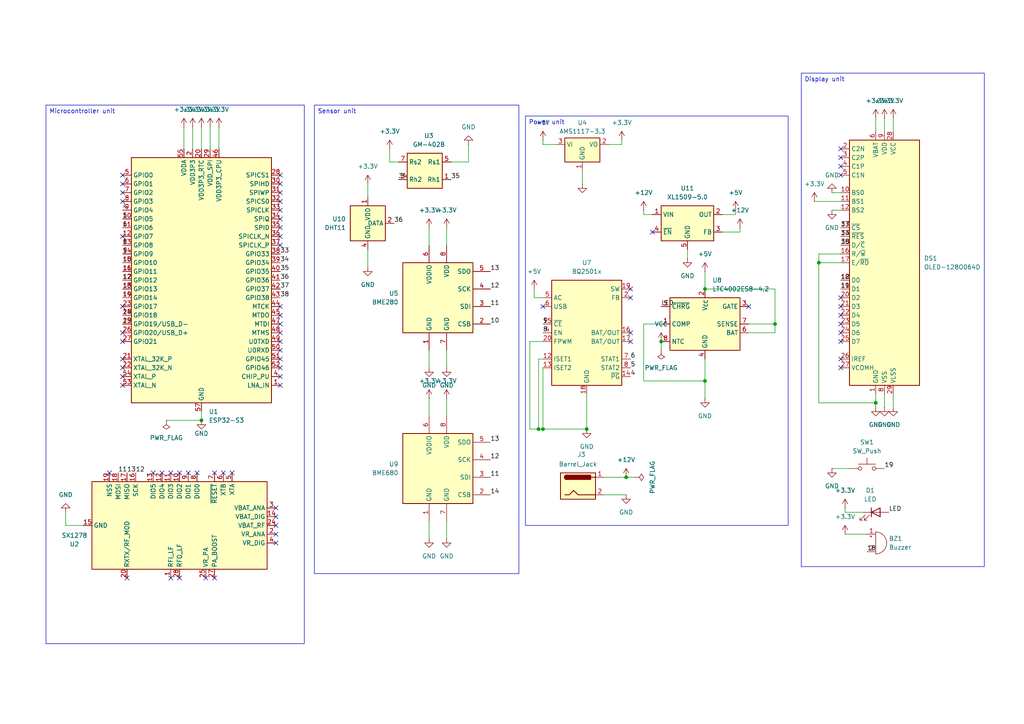
<source format=kicad_sch>
(kicad_sch (version 20250114) (generator "eeschema") (generator_version "9.0")
  (paper "A4")
  (lib_symbols
    (symbol "Battery_Management:BQ2501x"
      (property "Reference" "U" (at -10.16 16.51 0))
      (property "Value" "BQ2501x" (at 6.35 16.51 0))
      (symbol "BQ2501x_1_1"
        (rectangle (start -10.16 15.24) (end 10.16 -15.24) (stroke (width 0.254)) (fill (type background)))
        (pin power_in line (at -12.7 10.16 0) (length 2.54) (name "AC") (number "5"))
        (pin power_in line (at -12.7 7.62 0) (length 2.54) (name "USB") (number "6"))
        (pin input line (at -12.7 2.54 0) (length 2.54) (name "~{CE}") (number "15"))
        (pin input line (at -12.7 0 0) (length 2.54) (name "EN") (number "4"))
        (pin input line (at -12.7 -2.54 0) (length 2.54) (name "FPWM") (number "20"))
        (pin input line (at -12.7 -7.62 0) (length 2.54) (name "ISET1") (number "12"))
        (pin input line (at -12.7 -10.16 0) (length 2.54) (name "ISET2") (number "13"))
        (pin power_in line (at 0 -17.78 90) (length 2.54) (name "GND") (number "18"))
        (pin passive line (at 0 -17.78 90) (length 2.54) (hide yes) (name "GND") (number "21"))
        (pin passive line (at 0 -17.78 90) (length 2.54) (hide yes) (name "GND") (number "3"))
        (pin passive line (at 0 -17.78 90) (length 2.54) (hide yes) (name "GND") (number "9"))
        (pin no_connect line (at 10.16 7.62 180) (length 2.54) (hide yes) (name "NC") (number "1"))
        (pin no_connect line (at 10.16 5.08 180) (length 2.54) (hide yes) (name "NC") (number "10"))
        (pin no_connect line (at 10.16 2.54 180) (length 2.54) (hide yes) (name "NC") (number "11"))
        (pin power_out line (at 12.7 12.7 180) (length 2.54) (name "SW") (number "19"))
        (pin input line (at 12.7 10.16 180) (length 2.54) (name "FB") (number "2"))
        (pin power_out line (at 12.7 0 180) (length 2.54) (name "BAT/OUT") (number "16"))
        (pin power_in line (at 12.7 -2.54 180) (length 2.54) (name "BAT/OUT") (number "17"))
        (pin open_collector line (at 12.7 -7.62 180) (length 2.54) (name "STAT1") (number "7"))
        (pin open_collector line (at 12.7 -10.16 180) (length 2.54) (name "STAT2") (number "8"))
        (pin output line (at 12.7 -12.7 180) (length 2.54) (name "~{PG}") (number "14"))
      )
    )
    (symbol "Battery_Management:LTC4002ES8-4.2"
      (property "Reference" "U" (at -10.16 8.89 0))
      (property "Value" "LTC4002ES8-4.2" (at 1.27 8.89 0))
      (symbol "LTC4002ES8-4.2_0_1"
        (rectangle (start 10.16 -7.62) (end -10.16 7.62) (stroke (width 0.254)) (fill (type background)))
      )
      (symbol "LTC4002ES8-4.2_1_1"
        (pin open_collector line (at -12.7 5.08 0) (length 2.54) (name "~{CHRG}") (number "5"))
        (pin input line (at -12.7 0 0) (length 2.54) (name "COMP") (number "1"))
        (pin input line (at -12.7 -5.08 0) (length 2.54) (name "NTC") (number "8"))
        (pin power_in line (at 0 10.16 270) (length 2.54) (name "V_{CC}") (number "2"))
        (pin power_in line (at 0 -10.16 90) (length 2.54) (name "GND") (number "4"))
        (pin output line (at 12.7 5.08 180) (length 2.54) (name "GATE") (number "3"))
        (pin input line (at 12.7 0 180) (length 2.54) (name "SENSE") (number "7"))
        (pin input line (at 12.7 -2.54 180) (length 2.54) (name "BAT") (number "6"))
      )
    )
    (symbol "Connector:Barrel_Jack" (pin_names (offset 1.016))
      (property "Reference" "J" (at 0 5.334 0))
      (property "Value" "Barrel_Jack" (at 0 -5.08 0))
      (symbol "Barrel_Jack_0_1"
        (rectangle (start -5.08 3.81) (end 5.08 -3.81) (stroke (width 0.254)) (fill (type background)))
        (polyline (pts (xy -3.81 -2.54) (xy -2.54 -2.54) (xy -1.27 -1.27) (xy 0 -2.54) (xy 2.54 -2.54) (xy 5.08 -2.54)) (stroke (width 0.254)))
        (arc (start -3.302 1.905) (mid -3.9343 2.54) (end -3.302 3.175) (stroke (width 0.254)))
        (arc (start -3.302 1.905) (mid -3.9343 2.54) (end -3.302 3.175) (stroke (width 0.254)) (fill (type outline)))
        (rectangle (start 3.683 3.175) (end -3.302 1.905) (stroke (width 0.254)) (fill (type outline)))
        (polyline (pts (xy 5.08 2.54) (xy 3.81 2.54)) (stroke (width 0.254)))
      )
      (symbol "Barrel_Jack_1_1"
        (pin passive line (at 7.62 2.54 180) (length 2.54) (name "~") (number "1"))
        (pin passive line (at 7.62 -2.54 180) (length 2.54) (name "~") (number "2"))
      )
    )
    (symbol "Device:Buzzer" (pin_names (offset 0.0254) (hide yes))
      (property "Reference" "BZ" (at 3.81 1.27 0))
      (property "Value" "Buzzer" (at 3.81 -1.27 0))
      (symbol "Buzzer_0_1"
        (polyline (pts (xy -1.651 1.905) (xy -1.143 1.905)))
        (polyline (pts (xy -1.397 2.159) (xy -1.397 1.651)))
        (arc (start 0 3.175) (mid 3.1612 0) (end 0 -3.175))
        (polyline (pts (xy 0 3.175) (xy 0 -3.175)))
      )
      (symbol "Buzzer_1_1"
        (pin passive line (at -2.54 2.54 0) (length 2.54) (name "+") (number "1"))
        (pin passive line (at -2.54 -2.54 0) (length 2.54) (name "-") (number "2"))
      )
    )
    (symbol "Device:LED" (pin_numbers (hide yes)) (pin_names (offset 1.016) (hide yes))
      (property "Reference" "D" (at 0 2.54 0))
      (property "Value" "LED" (at 0 -2.54 0))
      (symbol "LED_0_1"
        (polyline (pts (xy -3.048 -0.762) (xy -4.572 -2.286) (xy -3.81 -2.286) (xy -4.572 -2.286) (xy -4.572 -1.524)))
        (polyline (pts (xy -1.778 -0.762) (xy -3.302 -2.286) (xy -2.54 -2.286) (xy -3.302 -2.286) (xy -3.302 -1.524)))
        (polyline (pts (xy -1.27 0) (xy 1.27 0)))
        (polyline (pts (xy -1.27 -1.27) (xy -1.27 1.27)) (stroke (width 0.254)))
        (polyline (pts (xy 1.27 -1.27) (xy 1.27 1.27) (xy -1.27 0) (xy 1.27 -1.27)) (stroke (width 0.254)))
      )
      (symbol "LED_1_1"
        (pin passive line (at -3.81 0 0) (length 2.54) (name "K") (number "1"))
        (pin passive line (at 3.81 0 180) (length 2.54) (name "A") (number "2"))
      )
    )
    (symbol "Display_Graphic:OLED-128O064D"
      (property "Reference" "DS" (at -10.16 38.1 0))
      (property "Value" "OLED-128O064D" (at 12.7 38.1 0))
      (symbol "OLED-128O064D_0_1"
        (rectangle (start -10.16 35.56) (end 10.16 -35.56) (stroke (width 0.254)) (fill (type background)))
      )
      (symbol "OLED-128O064D_1_1"
        (pin passive line (at -12.7 33.02 0) (length 2.54) (name "C2N") (number "2"))
        (pin passive line (at -12.7 30.48 0) (length 2.54) (name "C2P") (number "3"))
        (pin passive line (at -12.7 27.94 0) (length 2.54) (name "C1P") (number "4"))
        (pin passive line (at -12.7 25.4 0) (length 2.54) (name "C1N") (number "5"))
        (pin input line (at -12.7 20.32 0) (length 2.54) (name "BS0") (number "10"))
        (pin input line (at -12.7 17.78 0) (length 2.54) (name "BS1") (number "11"))
        (pin input line (at -12.7 15.24 0) (length 2.54) (name "BS2") (number "12"))
        (pin input line (at -12.7 10.16 0) (length 2.54) (name "~{CS}") (number "13"))
        (pin input line (at -12.7 7.62 0) (length 2.54) (name "~{RES}") (number "14"))
        (pin input line (at -12.7 5.08 0) (length 2.54) (name "D/~{C}") (number "15"))
        (pin input line (at -12.7 2.54 0) (length 2.54) (name "R/~{W}") (number "16"))
        (pin input line (at -12.7 0 0) (length 2.54) (name "E/~{RD}") (number "17"))
        (pin bidirectional line (at -12.7 -5.08 0) (length 2.54) (name "D0") (number "18"))
        (pin bidirectional line (at -12.7 -7.62 0) (length 2.54) (name "D1") (number "19"))
        (pin bidirectional line (at -12.7 -10.16 0) (length 2.54) (name "D2") (number "20"))
        (pin bidirectional line (at -12.7 -12.7 0) (length 2.54) (name "D3") (number "21"))
        (pin bidirectional line (at -12.7 -15.24 0) (length 2.54) (name "D4") (number "22"))
        (pin bidirectional line (at -12.7 -17.78 0) (length 2.54) (name "D5") (number "23"))
        (pin bidirectional line (at -12.7 -20.32 0) (length 2.54) (name "D6") (number "24"))
        (pin bidirectional line (at -12.7 -22.86 0) (length 2.54) (name "D7") (number "25"))
        (pin passive line (at -12.7 -27.94 0) (length 2.54) (name "IREF") (number "26"))
        (pin passive line (at -12.7 -30.48 0) (length 2.54) (name "VCOMH") (number "27"))
        (pin power_in line (at -2.54 38.1 270) (length 2.54) (name "VBAT") (number "6"))
        (pin power_in line (at -2.54 -38.1 90) (length 2.54) (name "GND") (number "1"))
        (pin passive line (at -2.54 -38.1 90) (length 2.54) (hide yes) (name "GND") (number "30"))
        (pin power_in line (at 0 38.1 270) (length 2.54) (name "VDD") (number "9"))
        (pin power_in line (at 0 -38.1 90) (length 2.54) (name "VSS") (number "8"))
        (pin power_in line (at 2.54 38.1 270) (length 2.54) (name "VCC") (number "28"))
        (pin power_in line (at 2.54 -38.1 90) (length 2.54) (name "VLSS") (number "29"))
        (pin no_connect line (at 10.16 0 180) (length 2.54) (hide yes) (name "NC") (number "7"))
      )
    )
    (symbol "MCU_Espressif:ESP32-S3"
      (property "Reference" "U" (at 10.16 -38.1 0))
      (property "Value" "ESP32-S3" (at 13.97 -40.64 0))
      (symbol "ESP32-S3_0_1"
        (rectangle (start -20.32 35.56) (end 20.32 -35.56) (stroke (width 0.254)) (fill (type background)))
      )
      (symbol "ESP32-S3_1_0"
        (pin passive line (at -5.08 38.1 270) (length 2.54) (hide yes) (name "VDDA") (number "56"))
        (pin bidirectional line (at 22.86 12.7 180) (length 2.54) (name "SPICLK_N") (number "36"))
        (pin bidirectional line (at 22.86 -10.16 180) (length 2.54) (name "MTDO") (number "45"))
        (pin bidirectional line (at 22.86 -22.86 180) (length 2.54) (name "GPIO45") (number "51"))
      )
      (symbol "ESP32-S3_1_1"
        (pin bidirectional line (at -22.86 30.48 0) (length 2.54) (name "GPIO0") (number "5"))
        (pin bidirectional line (at -22.86 27.94 0) (length 2.54) (name "GPIO1") (number "6"))
        (pin bidirectional line (at -22.86 25.4 0) (length 2.54) (name "GPIO2") (number "7"))
        (pin bidirectional line (at -22.86 22.86 0) (length 2.54) (name "GPIO3") (number "8"))
        (pin bidirectional line (at -22.86 20.32 0) (length 2.54) (name "GPIO4") (number "9"))
        (pin bidirectional line (at -22.86 17.78 0) (length 2.54) (name "GPIO5") (number "10"))
        (pin bidirectional line (at -22.86 15.24 0) (length 2.54) (name "GPIO6") (number "11"))
        (pin bidirectional line (at -22.86 12.7 0) (length 2.54) (name "GPIO7") (number "12"))
        (pin bidirectional line (at -22.86 10.16 0) (length 2.54) (name "GPIO8") (number "13"))
        (pin bidirectional line (at -22.86 7.62 0) (length 2.54) (name "GPIO9") (number "14"))
        (pin bidirectional line (at -22.86 5.08 0) (length 2.54) (name "GPIO10") (number "15"))
        (pin bidirectional line (at -22.86 2.54 0) (length 2.54) (name "GPIO11") (number "16"))
        (pin bidirectional line (at -22.86 0 0) (length 2.54) (name "GPIO12") (number "17"))
        (pin bidirectional line (at -22.86 -2.54 0) (length 2.54) (name "GPIO13") (number "18"))
        (pin bidirectional line (at -22.86 -5.08 0) (length 2.54) (name "GPIO14") (number "19"))
        (pin bidirectional line (at -22.86 -7.62 0) (length 2.54) (name "GPIO17") (number "23"))
        (pin bidirectional line (at -22.86 -10.16 0) (length 2.54) (name "GPIO18") (number "24"))
        (pin bidirectional line (at -22.86 -12.7 0) (length 2.54) (name "GPIO19/USB_D-") (number "25"))
        (pin bidirectional line (at -22.86 -15.24 0) (length 2.54) (name "GPIO20/USB_D+") (number "26"))
        (pin bidirectional line (at -22.86 -17.78 0) (length 2.54) (name "GPIO21") (number "27"))
        (pin passive line (at -22.86 -22.86 0) (length 2.54) (name "XTAL_32K_P") (number "21"))
        (pin passive line (at -22.86 -25.4 0) (length 2.54) (name "XTAL_32K_N") (number "22"))
        (pin input line (at -22.86 -27.94 0) (length 2.54) (name "XTAL_P") (number "54"))
        (pin output line (at -22.86 -30.48 0) (length 2.54) (name "XTAL_N") (number "53"))
        (pin power_in line (at -5.08 38.1 270) (length 2.54) (name "VDDA") (number "55"))
        (pin power_in line (at -2.54 38.1 270) (length 2.54) (name "VDD3P3") (number "2"))
        (pin passive line (at -2.54 38.1 270) (length 2.54) (hide yes) (name "VDD3P3") (number "3"))
        (pin power_in line (at 0 38.1 270) (length 2.54) (name "VDD3P3_RTC") (number "20"))
        (pin power_in line (at 0 -38.1 90) (length 2.54) (name "GND") (number "57"))
        (pin power_in line (at 2.54 38.1 270) (length 2.54) (name "VDD_SPI") (number "29"))
        (pin power_in line (at 5.08 38.1 270) (length 2.54) (name "VDD3P3_CPU") (number "46"))
        (pin bidirectional line (at 22.86 30.48 180) (length 2.54) (name "SPICS1") (number "28"))
        (pin bidirectional line (at 22.86 27.94 180) (length 2.54) (name "SPIHD") (number "30"))
        (pin bidirectional line (at 22.86 25.4 180) (length 2.54) (name "SPIWP") (number "31"))
        (pin bidirectional line (at 22.86 22.86 180) (length 2.54) (name "SPICS0") (number "32"))
        (pin bidirectional line (at 22.86 20.32 180) (length 2.54) (name "SPICLK") (number "33"))
        (pin bidirectional line (at 22.86 17.78 180) (length 2.54) (name "SPIQ") (number "34"))
        (pin bidirectional line (at 22.86 15.24 180) (length 2.54) (name "SPID") (number "35"))
        (pin bidirectional line (at 22.86 10.16 180) (length 2.54) (name "SPICLK_P") (number "37"))
        (pin bidirectional line (at 22.86 7.62 180) (length 2.54) (name "GPIO33") (number "38"))
        (pin bidirectional line (at 22.86 5.08 180) (length 2.54) (name "GPIO34") (number "39"))
        (pin bidirectional line (at 22.86 2.54 180) (length 2.54) (name "GPIO35") (number "40"))
        (pin bidirectional line (at 22.86 0 180) (length 2.54) (name "GPIO36") (number "41"))
        (pin bidirectional line (at 22.86 -2.54 180) (length 2.54) (name "GPIO37") (number "42"))
        (pin bidirectional line (at 22.86 -5.08 180) (length 2.54) (name "GPIO38") (number "43"))
        (pin bidirectional line (at 22.86 -7.62 180) (length 2.54) (name "MTCK") (number "44"))
        (pin bidirectional line (at 22.86 -12.7 180) (length 2.54) (name "MTDI") (number "47"))
        (pin bidirectional line (at 22.86 -15.24 180) (length 2.54) (name "MTMS") (number "48"))
        (pin bidirectional line (at 22.86 -17.78 180) (length 2.54) (name "U0TXD") (number "49"))
        (pin bidirectional line (at 22.86 -20.32 180) (length 2.54) (name "U0RXD") (number "50"))
        (pin bidirectional line (at 22.86 -25.4 180) (length 2.54) (name "GPIO46") (number "52"))
        (pin input line (at 22.86 -27.94 180) (length 2.54) (name "CHIP_PU") (number "4"))
        (pin bidirectional line (at 22.86 -30.48 180) (length 2.54) (name "LNA_IN") (number "1"))
      )
    )
    (symbol "RF:SX1278"
      (property "Reference" "U" (at 13.97 24.13 0))
      (property "Value" "SX1278" (at 13.97 21.59 0))
      (symbol "SX1278_0_1"
        (rectangle (start -12.7 25.4) (end 12.7 -25.4) (stroke (width 0.254)) (fill (type background)))
      )
      (symbol "SX1278_1_1"
        (pin bidirectional line (at -15.24 15.24 0) (length 2.54) (name "XTA") (number "5"))
        (pin bidirectional line (at -15.24 12.7 0) (length 2.54) (name "XTB") (number "6"))
        (pin input line (at -15.24 10.16 0) (length 2.54) (name "~{RESET}") (number "7"))
        (pin bidirectional line (at -15.24 5.08 0) (length 2.54) (name "DIO0") (number "8"))
        (pin bidirectional line (at -15.24 2.54 0) (length 2.54) (name "DIO1") (number "9"))
        (pin bidirectional line (at -15.24 0 0) (length 2.54) (name "DIO2") (number "10"))
        (pin bidirectional line (at -15.24 -2.54 0) (length 2.54) (name "DIO3") (number "11"))
        (pin bidirectional line (at -15.24 -5.08 0) (length 2.54) (name "DIO4") (number "12"))
        (pin bidirectional line (at -15.24 -7.62 0) (length 2.54) (name "DIO5") (number "13"))
        (pin input line (at -15.24 -12.7 0) (length 2.54) (name "SCK") (number "16"))
        (pin output line (at -15.24 -15.24 0) (length 2.54) (name "MISO") (number "17"))
        (pin input line (at -15.24 -17.78 0) (length 2.54) (name "MOSI") (number "18"))
        (pin input line (at -15.24 -20.32 0) (length 2.54) (name "NSS") (number "19"))
        (pin power_in line (at -5.08 27.94 270) (length 2.54) (name "VBAT_ANA") (number "3"))
        (pin power_in line (at -2.54 27.94 270) (length 2.54) (name "VBAT_DIG") (number "14"))
        (pin power_in line (at 0 27.94 270) (length 2.54) (name "VBAT_RF") (number "24"))
        (pin power_in line (at 0 -27.94 90) (length 2.54) (name "GND") (number "15"))
        (pin passive line (at 0 -27.94 90) (length 2.54) (hide yes) (name "GND") (number "21"))
        (pin passive line (at 0 -27.94 90) (length 2.54) (hide yes) (name "GND") (number "22"))
        (pin passive line (at 0 -27.94 90) (length 2.54) (hide yes) (name "GND") (number "23"))
        (pin passive line (at 0 -27.94 90) (length 2.54) (hide yes) (name "GND") (number "26"))
        (pin passive line (at 0 -27.94 90) (length 2.54) (hide yes) (name "GND") (number "29"))
        (pin power_in line (at 2.54 27.94 270) (length 2.54) (name "VR_ANA") (number "2"))
        (pin power_in line (at 5.08 27.94 270) (length 2.54) (name "VR_DIG") (number "4"))
        (pin power_out line (at 15.24 10.16 180) (length 2.54) (name "PA_BOOST") (number "27"))
        (pin power_out line (at 15.24 7.62 180) (length 2.54) (name "VR_PA") (number "25"))
        (pin output line (at 15.24 0 180) (length 2.54) (name "RFO_LF") (number "28"))
        (pin input line (at 15.24 -2.54 180) (length 2.54) (name "RFI_LF") (number "1"))
        (pin output line (at 15.24 -15.24 180) (length 2.54) (name "RXTX/RF_MOD") (number "20"))
      )
    )
    (symbol "Regulator_Linear:AMS1117-3.3"
      (property "Reference" "U" (at -3.81 3.175 0))
      (property "Value" "AMS1117-3.3" (at 0 3.175 0))
      (symbol "AMS1117-3.3_0_1"
        (rectangle (start -5.08 -5.08) (end 5.08 1.905) (stroke (width 0.254)) (fill (type background)))
      )
      (symbol "AMS1117-3.3_1_1"
        (pin power_in line (at -7.62 0 0) (length 2.54) (name "VI") (number "3"))
        (pin power_in line (at 0 -7.62 90) (length 2.54) (name "GND") (number "1"))
        (pin power_out line (at 7.62 0 180) (length 2.54) (name "VO") (number "2"))
      )
    )
    (symbol "Regulator_Switching:XL1509-5.0"
      (property "Reference" "U" (at -7.112 6.096 0))
      (property "Value" "XL1509-5.0" (at 5.842 6.096 0))
      (symbol "XL1509-5.0_0_1"
        (rectangle (start -7.62 5.08) (end 7.62 -5.08) (stroke (width 0.254)) (fill (type background)))
      )
      (symbol "XL1509-5.0_1_1"
        (pin power_in line (at -10.16 2.54 0) (length 2.54) (name "VIN") (number "1"))
        (pin input line (at -10.16 -2.54 0) (length 2.54) (name "~{EN}") (number "4"))
        (pin power_in line (at 0 -7.62 90) (length 2.54) (name "GND") (number "5"))
        (pin passive line (at 0 -7.62 90) (length 2.54) (hide yes) (name "GND") (number "6"))
        (pin passive line (at 0 -7.62 90) (length 2.54) (hide yes) (name "GND") (number "7"))
        (pin passive line (at 0 -7.62 90) (length 2.54) (hide yes) (name "GND") (number "8"))
        (pin power_out line (at 10.16 2.54 180) (length 2.54) (name "OUT") (number "2"))
        (pin input line (at 10.16 -2.54 180) (length 2.54) (name "FB") (number "3"))
      )
    )
    (symbol "Sensor:BME280"
      (property "Reference" "U" (at -8.89 11.43 0))
      (property "Value" "BME280" (at 7.62 11.43 0))
      (symbol "BME280_0_1"
        (rectangle (start -10.16 10.16) (end 10.16 -10.16) (stroke (width 0.254)) (fill (type background)))
      )
      (symbol "BME280_1_1"
        (pin power_in line (at -2.54 15.24 270) (length 5.08) (name "VDDIO") (number "6"))
        (pin power_in line (at -2.54 -15.24 90) (length 5.08) (name "GND") (number "1"))
        (pin power_in line (at 2.54 15.24 270) (length 5.08) (name "VDD") (number "8"))
        (pin power_in line (at 2.54 -15.24 90) (length 5.08) (name "GND") (number "7"))
        (pin bidirectional line (at 15.24 7.62 180) (length 5.08) (name "SDO") (number "5"))
        (pin input line (at 15.24 2.54 180) (length 5.08) (name "SCK") (number "4"))
        (pin bidirectional line (at 15.24 -2.54 180) (length 5.08) (name "SDI") (number "3"))
        (pin input line (at 15.24 -7.62 180) (length 5.08) (name "CSB") (number "2"))
      )
    )
    (symbol "Sensor:BME680"
      (property "Reference" "U" (at -8.89 11.43 0))
      (property "Value" "BME680" (at 7.62 11.43 0))
      (symbol "BME680_0_1"
        (rectangle (start -10.16 10.16) (end 10.16 -10.16) (stroke (width 0.254)) (fill (type background)))
      )
      (symbol "BME680_1_1"
        (pin power_in line (at -2.54 15.24 270) (length 5.08) (name "VDDIO") (number "6"))
        (pin power_in line (at -2.54 -15.24 90) (length 5.08) (name "GND") (number "1"))
        (pin power_in line (at 2.54 15.24 270) (length 5.08) (name "VDD") (number "8"))
        (pin power_in line (at 2.54 -15.24 90) (length 5.08) (name "GND") (number "7"))
        (pin bidirectional line (at 15.24 7.62 180) (length 5.08) (name "SDO") (number "5"))
        (pin input line (at 15.24 2.54 180) (length 5.08) (name "SCK") (number "4"))
        (pin bidirectional line (at 15.24 -2.54 180) (length 5.08) (name "SDI") (number "3"))
        (pin input line (at 15.24 -7.62 180) (length 5.08) (name "CSB") (number "2"))
      )
    )
    (symbol "Sensor:DHT11"
      (property "Reference" "U" (at -3.81 6.35 0))
      (property "Value" "DHT11" (at 3.81 6.35 0))
      (symbol "DHT11_0_1"
        (rectangle (start -5.08 5.08) (end 5.08 -5.08) (stroke (width 0.254)) (fill (type background)))
      )
      (symbol "DHT11_1_1"
        (pin no_connect line (at -5.08 0 0) (length 2.54) (hide yes) (name "NC") (number "3"))
        (pin power_in line (at 0 7.62 270) (length 2.54) (name "VDD") (number "1"))
        (pin power_in line (at 0 -7.62 90) (length 2.54) (name "GND") (number "4"))
        (pin bidirectional line (at 7.62 0 180) (length 2.54) (name "DATA") (number "2"))
      )
    )
    (symbol "Sensor_Gas:GM-402B"
      (property "Reference" "U" (at 0 8.89 0))
      (property "Value" "GM-402B" (at 0 6.35 0))
      (symbol "GM-402B_0_1"
        (rectangle (start -5.08 5.08) (end 5.08 -5.08) (stroke (width 0.254)) (fill (type background)))
        (rectangle (start 7.62 0.254) (end 7.62 0.254))
      )
      (symbol "GM-402B_1_1"
        (pin passive line (at -7.62 2.54 0) (length 2.54) (name "Rs2") (number "7"))
        (pin passive line (at -7.62 -2.54 0) (length 2.54) (name "Rh2") (number "3"))
        (pin no_connect line (at -5.08 0 0) (length 2.54) (hide yes) (name "NC") (number "2"))
        (pin no_connect line (at 0 5.08 270) (length 2.54) (hide yes) (name "NC") (number "8"))
        (pin no_connect line (at 0 -5.08 90) (length 2.54) (hide yes) (name "NC") (number "4"))
        (pin no_connect line (at 5.08 0 180) (length 2.54) (hide yes) (name "NC") (number "6"))
        (pin passive line (at 7.62 2.54 180) (length 2.54) (name "Rs1") (number "5"))
        (pin passive line (at 7.62 -2.54 180) (length 2.54) (name "Rh1") (number "1"))
      )
    )
    (symbol "Switch:SW_Push" (pin_numbers (hide yes)) (pin_names (offset 1.016) (hide yes))
      (property "Reference" "SW" (at 1.27 2.54 0))
      (property "Value" "SW_Push" (at 0 -1.524 0))
      (symbol "SW_Push_0_1"
        (circle (center -2.032 0) (radius 0.508))
        (polyline (pts (xy 0 1.27) (xy 0 3.048)))
        (circle (center 2.032 0) (radius 0.508))
        (polyline (pts (xy 2.54 1.27) (xy -2.54 1.27)))
        (pin passive line (at -5.08 0 0) (length 2.54) (name "1") (number "1"))
        (pin passive line (at 5.08 0 180) (length 2.54) (name "2") (number "2"))
      )
    )
    (symbol "power:+3.3V" (power) (pin_numbers (hide yes)) (pin_names (offset 0) (hide yes))
      (property "Value" "+3.3V" (at 0 3.556 0))
      (symbol "+3.3V_0_1"
        (polyline (pts (xy -0.762 1.27) (xy 0 2.54)))
        (polyline (pts (xy 0 2.54) (xy 0.762 1.27)))
        (polyline (pts (xy 0 0) (xy 0 2.54)))
      )
      (symbol "+3.3V_1_1"
        (pin power_in line (at 0 0 90) (length 0) (name "~") (number "1"))
      )
    )
    (symbol "power:+5V" (power) (pin_numbers (hide yes)) (pin_names (offset 0) (hide yes))
      (property "Value" "+5V" (at 0 3.556 0))
      (symbol "+5V_0_1"
        (polyline (pts (xy -0.762 1.27) (xy 0 2.54)))
        (polyline (pts (xy 0 2.54) (xy 0.762 1.27)))
        (polyline (pts (xy 0 0) (xy 0 2.54)))
      )
      (symbol "+5V_1_1"
        (pin power_in line (at 0 0 90) (length 0) (name "~") (number "1"))
      )
    )
    (symbol "power:GND" (power) (pin_numbers (hide yes)) (pin_names (offset 0) (hide yes))
      (property "Value" "GND" (at 0 -3.81 0))
      (symbol "GND_0_1"
        (polyline (pts (xy 0 0) (xy 0 -1.27) (xy 1.27 -1.27) (xy 0 -2.54) (xy -1.27 -1.27) (xy 0 -1.27)))
      )
      (symbol "GND_1_1"
        (pin power_in line (at 0 0 270) (length 0) (name "~") (number "1"))
      )
    )
    (symbol "power:PWR_FLAG" (power) (pin_numbers (hide yes)) (pin_names (offset 0) (hide yes))
      (property "Value" "PWR_FLAG" (at 0 3.81 0))
      (symbol "PWR_FLAG_0_0"
        (pin power_out line (at 0 0 90) (length 0) (name "~") (number "1"))
      )
      (symbol "PWR_FLAG_0_1"
        (polyline (pts (xy 0 0) (xy 0 1.27) (xy -1.016 1.905) (xy 0 2.54) (xy 1.016 1.905) (xy 0 1.27)))
      )
    )
    (symbol "power:VCC" (power) (pin_numbers (hide yes)) (pin_names (offset 0) (hide yes))
      (property "Value" "VCC" (at 0 3.556 0))
      (symbol "VCC_0_1"
        (polyline (pts (xy -0.762 1.27) (xy 0 2.54)))
        (polyline (pts (xy 0 2.54) (xy 0.762 1.27)))
        (polyline (pts (xy 0 0) (xy 0 2.54)))
      )
      (symbol "VCC_1_1"
        (pin power_in line (at 0 0 90) (length 0) (name "~") (number "1"))
      )
    )
  )
  (text_box "Sensor unit\n" (at 91.186 30.48 0) (size 59.309 135.89) (margins 0.9525 0.9525 0.9525 0.9525) (effects (font (size 1.27 1.27)) (justify left top)))
  (text_box "Microcontroller unit" (at 13.335 30.48 0) (size 74.93 156.21) (margins 0.9525 0.9525 0.9525 0.9525) (effects (font (size 1.27 1.27)) (justify left top)))
  (text_box "Power unit\n" (at 152.4 33.655 0) (size 76.2 118.745) (margins 0.9525 0.9525 0.9525 0.9525) (effects (font (size 1.27 1.27)) (justify left top)))
  (text_box "Display unit" (at 232.41 21.209 0) (size 53.086 143.129) (margins 0.9525 0.9525 0.9525 0.9525) (effects (font (size 1.27 1.27)) (justify left top)))
  (junction (at 191.77 99.06))
  (junction (at 156.21 124.46))
  (junction (at 181.61 138.43))
  (junction (at 58.42 121.92))
  (junction (at 170.18 124.46))
  (junction (at 224.79 93.98))
  (junction (at 237.49 76.2))
  (junction (at 254 116.84))
  (junction (at 157.48 124.46))
  (junction (at 204.47 110.49))
  (junction (at 204.47 83.82))
  (no_connect (at 81.28 93.98))
  (no_connect (at 81.28 99.06))
  (no_connect (at 80.01 149.86))
  (no_connect (at 243.84 91.44))
  (no_connect (at 81.28 88.9))
  (no_connect (at 243.84 104.14))
  (no_connect (at 62.23 137.16))
  (no_connect (at 35.56 106.68))
  (no_connect (at 35.56 109.22))
  (no_connect (at 36.83 167.64))
  (no_connect (at 189.23 67.31))
  (no_connect (at 35.56 55.88))
  (no_connect (at 59.69 167.64))
  (no_connect (at 81.28 60.96))
  (no_connect (at 35.56 53.34))
  (no_connect (at 54.61 137.16))
  (no_connect (at 80.01 147.32))
  (no_connect (at 182.88 83.82))
  (no_connect (at 81.28 63.5))
  (no_connect (at 243.84 86.36))
  (no_connect (at 81.28 106.68))
  (no_connect (at 157.48 88.9))
  (no_connect (at 243.84 96.52))
  (no_connect (at 81.28 66.04))
  (no_connect (at 35.56 96.52))
  (no_connect (at 35.56 104.14))
  (no_connect (at 243.84 43.18))
  (no_connect (at 243.84 50.8))
  (no_connect (at 81.28 71.12))
  (no_connect (at 35.56 58.42))
  (no_connect (at 49.53 167.64))
  (no_connect (at 243.84 99.06))
  (no_connect (at 52.07 167.64))
  (no_connect (at 35.56 88.9))
  (no_connect (at 62.23 167.64))
  (no_connect (at 243.84 106.68))
  (no_connect (at 67.31 137.16))
  (no_connect (at 217.17 88.9))
  (no_connect (at 243.84 48.26))
  (no_connect (at 57.15 137.16))
  (no_connect (at 52.07 137.16))
  (no_connect (at 81.28 68.58))
  (no_connect (at 243.84 93.98))
  (no_connect (at 81.28 53.34))
  (no_connect (at 35.56 68.58))
  (no_connect (at 35.56 111.76))
  (no_connect (at 31.75 137.16))
  (no_connect (at 35.56 99.06))
  (no_connect (at 81.28 109.22))
  (no_connect (at 46.99 137.16))
  (no_connect (at 81.28 104.14))
  (no_connect (at 243.84 45.72))
  (no_connect (at 81.28 91.44))
  (no_connect (at 81.28 55.88))
  (no_connect (at 80.01 157.48))
  (no_connect (at 44.45 137.16))
  (no_connect (at 80.01 154.94))
  (no_connect (at 35.56 50.8))
  (no_connect (at 81.28 50.8))
  (no_connect (at 64.77 137.16))
  (no_connect (at 243.84 88.9))
  (no_connect (at 81.28 101.6))
  (no_connect (at 182.88 99.06))
  (no_connect (at 182.88 86.36))
  (no_connect (at 81.28 96.52))
  (no_connect (at 49.53 137.16))
  (no_connect (at 182.88 96.52))
  (no_connect (at 80.01 152.4))
  (no_connect (at 81.28 111.76))
  (no_connect (at 81.28 58.42))
  (wire (pts (xy 199.39 72.39) (xy 199.39 74.93)))
  (wire (pts (xy 130.81 46.99) (xy 135.89 46.99)))
  (wire (pts (xy 224.79 83.82) (xy 224.79 93.98)))
  (wire (pts (xy 259.08 34.29) (xy 259.08 38.1)))
  (wire (pts (xy 154.94 83.82) (xy 154.94 86.36)))
  (wire (pts (xy 237.49 73.66) (xy 237.49 76.2)))
  (wire (pts (xy 168.91 49.53) (xy 168.91 53.34)))
  (wire (pts (xy 256.54 34.29) (xy 256.54 38.1)))
  (wire (pts (xy 58.42 119.38) (xy 58.42 121.92)))
  (wire (pts (xy 214.63 66.04) (xy 214.63 67.31)))
  (wire (pts (xy 156.21 124.46) (xy 157.48 124.46)))
  (wire (pts (xy 55.88 36.83) (xy 55.88 43.18)))
  (wire (pts (xy 124.46 66.04) (xy 124.46 71.12)))
  (wire (pts (xy 245.11 154.94) (xy 251.46 154.94)))
  (wire (pts (xy 60.96 36.83) (xy 60.96 43.18)))
  (wire (pts (xy 184.15 138.43) (xy 181.61 138.43)))
  (wire (pts (xy 153.67 124.46) (xy 156.21 124.46)))
  (wire (pts (xy 124.46 101.6) (xy 124.46 106.68)))
  (wire (pts (xy 241.3 60.96) (xy 243.84 60.96)))
  (wire (pts (xy 245.11 148.59) (xy 250.19 148.59)))
  (wire (pts (xy 186.69 93.98) (xy 186.69 110.49)))
  (wire (pts (xy 237.49 76.2) (xy 237.49 116.84)))
  (wire (pts (xy 213.36 60.96) (xy 213.36 62.23)))
  (wire (pts (xy 53.34 36.83) (xy 53.34 43.18)))
  (wire (pts (xy 161.29 41.91) (xy 157.48 41.91)))
  (wire (pts (xy 245.11 147.32) (xy 245.11 148.59)))
  (wire (pts (xy 154.94 86.36) (xy 157.48 86.36)))
  (wire (pts (xy 113.03 43.18) (xy 113.03 46.99)))
  (wire (pts (xy 241.3 135.89) (xy 246.38 135.89)))
  (wire (pts (xy 236.22 58.42) (xy 243.84 58.42)))
  (wire (pts (xy 237.49 76.2) (xy 243.84 76.2)))
  (wire (pts (xy 217.17 93.98) (xy 224.79 93.98)))
  (wire (pts (xy 204.47 83.82) (xy 224.79 83.82)))
  (wire (pts (xy 124.46 151.13) (xy 124.46 156.21)))
  (wire (pts (xy 157.48 124.46) (xy 170.18 124.46)))
  (wire (pts (xy 241.3 55.88) (xy 243.84 55.88)))
  (wire (pts (xy 180.34 41.91) (xy 180.34 40.64)))
  (wire (pts (xy 186.69 60.96) (xy 186.69 62.23)))
  (wire (pts (xy 58.42 36.83) (xy 58.42 43.18)))
  (wire (pts (xy 129.54 101.6) (xy 129.54 106.68)))
  (wire (pts (xy 170.18 114.3) (xy 170.18 124.46)))
  (wire (pts (xy 129.54 66.04) (xy 129.54 71.12)))
  (wire (pts (xy 113.03 46.99) (xy 115.57 46.99)))
  (wire (pts (xy 204.47 110.49) (xy 204.47 115.57)))
  (wire (pts (xy 106.68 72.39) (xy 106.68 77.47)))
  (wire (pts (xy 157.48 104.14) (xy 156.21 104.14)))
  (wire (pts (xy 176.53 41.91) (xy 180.34 41.91)))
  (wire (pts (xy 243.84 73.66) (xy 237.49 73.66)))
  (wire (pts (xy 254 114.3) (xy 254 116.84)))
  (wire (pts (xy 254 34.29) (xy 254 38.1)))
  (wire (pts (xy 259.08 114.3) (xy 259.08 118.11)))
  (wire (pts (xy 186.69 110.49) (xy 204.47 110.49)))
  (wire (pts (xy 106.68 53.34) (xy 106.68 57.15)))
  (wire (pts (xy 214.63 67.31) (xy 209.55 67.31)))
  (wire (pts (xy 191.77 101.6) (xy 191.77 99.06)))
  (wire (pts (xy 157.48 106.68) (xy 157.48 124.46)))
  (wire (pts (xy 204.47 104.14) (xy 204.47 110.49)))
  (wire (pts (xy 186.69 62.23) (xy 189.23 62.23)))
  (wire (pts (xy 129.54 115.57) (xy 129.54 120.65)))
  (wire (pts (xy 213.36 62.23) (xy 209.55 62.23)))
  (wire (pts (xy 129.54 151.13) (xy 129.54 156.21)))
  (wire (pts (xy 175.26 143.51) (xy 181.61 143.51)))
  (wire (pts (xy 224.79 96.52) (xy 217.17 96.52)))
  (wire (pts (xy 224.79 93.98) (xy 224.79 96.52)))
  (wire (pts (xy 124.46 115.57) (xy 124.46 120.65)))
  (wire (pts (xy 157.48 99.06) (xy 153.67 99.06)))
  (wire (pts (xy 256.54 114.3) (xy 256.54 118.11)))
  (wire (pts (xy 157.48 41.91) (xy 157.48 40.64)))
  (wire (pts (xy 204.47 78.74) (xy 204.47 83.82)))
  (wire (pts (xy 48.26 121.92) (xy 58.42 121.92)))
  (wire (pts (xy 237.49 116.84) (xy 254 116.84)))
  (wire (pts (xy 156.21 104.14) (xy 156.21 124.46)))
  (wire (pts (xy 254 116.84) (xy 254 118.11)))
  (wire (pts (xy 63.5 36.83) (xy 63.5 43.18)))
  (wire (pts (xy 191.77 93.98) (xy 186.69 93.98)))
  (wire (pts (xy 175.26 138.43) (xy 181.61 138.43)))
  (wire (pts (xy 19.05 152.4) (xy 19.05 148.59)))
  (wire (pts (xy 153.67 99.06) (xy 153.67 124.46)))
  (wire (pts (xy 135.89 41.91) (xy 135.89 46.99)))
  (wire (pts (xy 24.13 152.4) (xy 19.05 152.4)))
  (label "35" (at 130.81 52.07 0))
  (label "8" (at 157.48 96.52 0))
  (label "5" (at 35.56 63.5 0))
  (label "11" (at 142.24 138.43 0))
  (label "12" (at 35.56 81.28 0))
  (label "13" (at 142.24 78.74 0))
  (label "19" (at 35.56 93.98 0))
  (label "11" (at 142.24 88.9 0))
  (label "12" (at 142.24 133.35 0))
  (label "12" (at 39.37 137.16 0))
  (label "10" (at 142.24 93.98 0))
  (label "9" (at 35.56 73.66 0))
  (label "12" (at 35.56 81.28 0))
  (label "36" (at 114.3 64.77 0))
  (label "4" (at 182.88 109.22 0))
  (label "13" (at 142.24 128.27 0))
  (label "13" (at 36.83 137.16 0))
  (label "12" (at 142.24 83.82 0))
  (label "18" (at 35.56 91.44 0))
  (label "9" (at 157.48 93.98 0))
  (label "LED" (at 191.77 88.9 0))
  (label "36" (at 81.28 81.28 0))
  (label "14" (at 35.56 86.36 0))
  (label "6" (at 35.56 66.04 0))
  (label "6" (at 182.88 104.14 0))
  (label "8" (at 35.56 71.12 0))
  (label "38" (at 81.28 86.36 0))
  (label "11" (at 243.84 83.82 0))
  (label "37" (at 81.28 83.82 0))
  (label "18" (at 251.46 160.02 0))
  (label "11" (at 35.56 78.74 0))
  (label "5" (at 182.88 106.68 0))
  (label "12" (at 243.84 81.28 0))
  (label "11" (at 34.29 137.16 0))
  (label "10" (at 35.56 76.2 0))
  (label "33" (at 243.84 68.58 0))
  (label "37" (at 243.84 66.04 0))
  (label "14" (at 142.24 143.51 0))
  (label "13" (at 35.56 83.82 0))
  (label "19" (at 256.54 135.89 0))
  (label "LED" (at 257.81 148.59 0))
  (label "35" (at 81.28 78.74 0))
  (label "33" (at 81.28 73.66 0))
  (label "38" (at 243.84 71.12 0))
  (label "34" (at 115.57 52.07 0))
  (label "4" (at 35.56 60.96 0))
  (label "34" (at 81.28 76.2 0))
  (symbol (lib_id "power:+3.3V") (at 58.42 36.83 0) (unit 1)
    (property "Reference" "#PWR06" (effects (hide yes)))
    (property "Value" "+3.3V" (at 58.42 31.75 0))
    (property "Description" "Power symbol creates a global label with name \"+3.3V\"" (effects (hide yes)))
  )
  (symbol (lib_id "power:GND") (at 170.18 124.46 0) (unit 1)
    (property "Reference" "#PWR018" (effects (hide yes)))
    (property "Value" "GND" (at 170.18 129.54 0))
    (property "Description" "Power symbol creates a global label with name \"GND\" , ground" (effects (hide yes)))
  )
  (symbol (lib_id "power:GND") (at 256.54 118.11 0) (unit 1)
    (property "Reference" "#PWR041" (effects (hide yes)))
    (property "Value" "GND" (at 256.54 123.19 0))
    (property "Description" "Power symbol creates a global label with name \"GND\" , ground" (effects (hide yes)))
  )
  (symbol (lib_id "Display_Graphic:OLED-128O064D") (at 256.54 76.2 0) (unit 1)
    (property "Reference" "DS1" (at 267.97 74.9299 0) (effects (justify left)))
    (property "Value" "OLED-128O064D" (at 267.97 77.4699 0) (effects (justify left)))
    (property "Footprint" "Display:OLED-128O064D" (effects (hide yes)))
    (property "Datasheet" "https://www.vishay.com/docs/37902/oled128o064dbpp3n00000.pdf" (effects (hide yes)))
    (property "Description" "OLED display 128x64" (effects (hide yes)))
  )
  (symbol (lib_id "Sensor:DHT11") (at 106.68 64.77 0) (unit 1)
    (property "Reference" "U10" (at 100.33 63.4999 0) (effects (justify right)))
    (property "Value" "DHT11" (at 100.33 66.0399 0) (effects (justify right)))
    (property "Footprint" "Sensor:Aosong_DHT11_5.5x12.0_P2.54mm" (effects (hide yes)))
    (property "Datasheet" "http://akizukidenshi.com/download/ds/aosong/DHT11.pdf" (effects (hide yes)))
    (property "Description" "3.3V to 5.5V, temperature and humidity module, DHT11" (effects (hide yes)))
  )
  (symbol (lib_id "power:GND") (at 204.47 115.57 0) (unit 1)
    (property "Reference" "#PWR029" (effects (hide yes)))
    (property "Value" "GND" (at 204.47 120.65 0))
    (property "Description" "Power symbol creates a global label with name \"GND\" , ground" (effects (hide yes)))
  )
  (symbol (lib_id "Connector:Barrel_Jack") (at 167.64 140.97 0) (unit 1)
    (property "Reference" "J3" (at 168.656 131.826 0))
    (property "Value" "Barrel_Jack" (at 167.64 134.62 0))
    (property "Footprint" "Connector_BarrelJack:BarrelJack_Horizontal" (effects (hide yes)))
    (property "Description" "DC Barrel Jack" (effects (hide yes)))
  )
  (symbol (lib_id "Sensor:BME280") (at 127 86.36 0) (unit 1)
    (property "Reference" "U5" (at 115.57 85.0899 0) (effects (justify right)))
    (property "Value" "BME280" (at 115.57 87.6299 0) (effects (justify right)))
    (property "Footprint" "Package_LGA:Bosch_LGA-8_2.5x2.5mm_P0.65mm_ClockwisePinNumbering" (effects (hide yes)))
    (property "Datasheet" "https://www.bosch-sensortec.com/media/boschsensortec/downloads/datasheets/bst-bme280-ds002.pdf" (effects (hide yes)))
    (property "Description" "3-in-1 sensor, humidity, pressure, temperature, I2C and SPI interface, 1.71-3.6V, LGA-8" (effects (hide yes)))
  )
  (symbol (lib_id "Regulator_Linear:AMS1117-3.3") (at 168.91 41.91 0) (unit 1)
    (property "Reference" "U4" (at 168.91 35.56 0))
    (property "Value" "AMS1117-3.3" (at 168.91 38.1 0))
    (property "Footprint" "Package_TO_SOT_SMD:SOT-223-3_TabPin2" (effects (hide yes)))
    (property "Datasheet" "http://www.advanced-monolithic.com/pdf/ds1117.pdf" (effects (hide yes)))
    (property "Description" "1A Low Dropout regulator, positive, 3.3V fixed output, SOT-223" (effects (hide yes)))
  )
  (symbol (lib_id "power:+3.3V") (at 129.54 115.57 0) (unit 1)
    (property "Reference" "#PWR04" (effects (hide yes)))
    (property "Value" "+3.3V" (at 129.54 110.49 0))
    (property "Description" "Power symbol creates a global label with name \"+3.3V\"" (effects (hide yes)))
  )
  (symbol (lib_id "power:GND") (at 181.61 143.51 0) (unit 1)
    (property "Reference" "#PWR025" (effects (hide yes)))
    (property "Value" "GND" (at 181.61 148.59 0))
    (property "Description" "Power symbol creates a global label with name \"GND\" , ground" (effects (hide yes)))
  )
  (symbol (lib_id "power:+3.3V") (at 63.5 36.83 0) (unit 1)
    (property "Reference" "#PWR01" (effects (hide yes)))
    (property "Value" "+3.3V" (at 63.5 31.75 0))
    (property "Description" "Power symbol creates a global label with name \"+3.3V\"" (effects (hide yes)))
  )
  (symbol (lib_id "power:GND") (at 241.3 60.96 0) (unit 1)
    (property "Reference" "#PWR044" (effects (hide yes)))
    (property "Value" "GND" (at 241.3 66.04 0))
    (property "Description" "Power symbol creates a global label with name \"GND\" , ground" (effects (hide yes)))
  )
  (symbol (lib_id "Sensor_Gas:GM-402B") (at 123.19 49.53 0) (unit 1)
    (property "Reference" "U3" (at 124.3965 39.37 0))
    (property "Value" "GM-402B" (at 124.3965 41.91 0))
    (property "Footprint" "Sensor:Winson_GM-402B_5x5mm_P1.27mm" (effects (hide yes)))
    (property "Datasheet" "https://www.winsen-sensor.com/d/files/me2/mems--gm-402b--manual-v1_1.pdf" (effects (hide yes)))
    (property "Description" "MEMS Combustible Gas Sensor" (effects (hide yes)))
  )
  (symbol (lib_id "power:+3.3V") (at 53.34 36.83 0) (unit 1)
    (property "Reference" "#PWR09" (effects (hide yes)))
    (property "Value" "+3.3V" (at 53.34 31.75 0))
    (property "Description" "Power symbol creates a global label with name \"+3.3V\"" (effects (hide yes)))
  )
  (symbol (lib_id "power:GND") (at 199.39 74.93 0) (unit 1)
    (property "Reference" "#PWR017" (effects (hide yes)))
    (property "Value" "GND" (at 199.39 80.01 0))
    (property "Description" "Power symbol creates a global label with name \"GND\" , ground" (effects (hide yes)))
  )
  (symbol (lib_id "power:+3.3V") (at 236.22 58.42 0) (unit 1)
    (property "Reference" "#PWR042" (effects (hide yes)))
    (property "Value" "+3.3V" (at 236.22 53.34 0))
    (property "Description" "Power symbol creates a global label with name \"+3.3V\"" (effects (hide yes)))
  )
  (symbol (lib_id "power:GND") (at 259.08 118.11 0) (unit 1)
    (property "Reference" "#PWR045" (effects (hide yes)))
    (property "Value" "GND" (at 259.08 123.19 0))
    (property "Description" "Power symbol creates a global label with name \"GND\" , ground" (effects (hide yes)))
  )
  (symbol (lib_id "power:+5V") (at 181.61 138.43 0) (unit 1)
    (property "Reference" "#PWR024" (effects (hide yes)))
    (property "Value" "+12V" (at 181.61 133.35 0))
    (property "Description" "Power symbol creates a global label with name \"+5V\"" (effects (hide yes)))
  )
  (symbol (lib_id "MCU_Espressif:ESP32-S3") (at 58.42 81.28 0) (unit 1)
    (property "Reference" "U1" (at 60.5633 119.38 0) (effects (justify left)))
    (property "Value" "ESP32-S3" (at 60.5633 121.92 0) (effects (justify left)))
    (property "Footprint" "Package_DFN_QFN:QFN-56-1EP_7x7mm_P0.4mm_EP4x4mm" (effects (hide yes)))
    (property "Datasheet" "https://www.espressif.com/sites/default/files/documentation/esp32-s3_datasheet_en.pdf" (effects (hide yes)))
    (property "Description" "Microcontroller, Wi-Fi 802.11b/g/n, Bluetooth, 32bit" (effects (hide yes)))
  )
  (symbol (lib_id "power:PWR_FLAG") (at 48.26 121.92 180) (unit 1)
    (property "Reference" "#FLG01" (effects (hide yes)))
    (property "Value" "PWR_FLAG" (at 48.26 127 0))
    (property "Description" "Special symbol for telling ERC where power comes from" (effects (hide yes)))
  )
  (symbol (lib_id "power:GND") (at 168.91 53.34 0) (unit 1)
    (property "Reference" "#PWR016" (effects (hide yes)))
    (property "Value" "GND" (effects (hide yes)))
    (property "Description" "Power symbol creates a global label with name \"GND\" , ground" (effects (hide yes)))
  )
  (symbol (lib_id "power:+3.3V") (at 180.34 40.64 0) (unit 1)
    (property "Reference" "#PWR023" (effects (hide yes)))
    (property "Value" "+3.3V" (at 180.34 35.56 0))
    (property "Description" "Power symbol creates a global label with name \"+3.3V\"" (effects (hide yes)))
  )
  (symbol (lib_id "power:GND") (at 129.54 156.21 0) (unit 1)
    (property "Reference" "#PWR021" (effects (hide yes)))
    (property "Value" "GND" (at 129.54 161.29 0))
    (property "Description" "Power symbol creates a global label with name \"GND\" , ground" (effects (hide yes)))
  )
  (symbol (lib_id "power:+5V") (at 204.47 78.74 0) (unit 1)
    (property "Reference" "#PWR030" (effects (hide yes)))
    (property "Value" "+5V" (at 204.47 73.66 0))
    (property "Description" "Power symbol creates a global label with name \"+5V\"" (effects (hide yes)))
  )
  (symbol (lib_id "Battery_Management:LTC4002ES8-4.2") (at 204.47 93.98 0) (unit 1)
    (property "Reference" "U8" (at 206.6133 81.28 0) (effects (justify left)))
    (property "Value" "LTC4002ES8-4.2" (at 206.6133 83.82 0) (effects (justify left)))
    (property "Footprint" "Package_SO:SOIC-8_3.9x4.9mm_P1.27mm" (effects (hide yes)))
    (property "Datasheet" "https://www.analog.com/media/en/technical-documentation/data-sheets/4002f.pdf" (effects (hide yes)))
    (property "Description" "Standalone Li-Ion Switch Mode Battery Charger, 4.7-22V input, single cell, SOIC-8" (effects (hide yes)))
  )
  (symbol (lib_id "Regulator_Switching:XL1509-5.0") (at 199.39 64.77 0) (unit 1)
    (property "Reference" "U11" (at 199.39 54.61 0))
    (property "Value" "XL1509-5.0" (at 199.39 57.15 0))
    (property "Footprint" "Package_SO:SOIC-8_3.9x4.9mm_P1.27mm" (effects (hide yes)))
    (property "Datasheet" "https://datasheet.lcsc.com/lcsc/1809050422_XLSEMI-XL1509-5-0E1_C61063.pdf" (effects (hide yes)))
    (property "Description" "Buck DC/DC Converter, 2A, 5V Output Voltage, 7-40V Input Voltage" (effects (hide yes)))
  )
  (symbol (lib_id "power:+3.3V") (at 60.96 36.83 0) (unit 1)
    (property "Reference" "#PWR07" (effects (hide yes)))
    (property "Value" "+3.3V" (at 60.96 31.75 0))
    (property "Description" "Power symbol creates a global label with name \"+3.3V\"" (effects (hide yes)))
  )
  (symbol (lib_id "power:+3.3V") (at 113.03 43.18 0) (unit 1)
    (property "Reference" "#PWR032" (effects (hide yes)))
    (property "Value" "+3.3V" (at 113.03 38.1 0))
    (property "Description" "Power symbol creates a global label with name \"+3.3V\"" (effects (hide yes)))
  )
  (symbol (lib_id "Device:Buzzer") (at 254 157.48 0) (unit 1)
    (property "Reference" "BZ1" (at 257.81 156.2099 0) (effects (justify left)))
    (property "Value" "Buzzer" (at 257.81 158.7499 0) (effects (justify left)))
    (property "Footprint" "Buzzer_Beeper:Buzzer_12x9.5RM7.6" (effects (hide yes)))
    (property "Description" "Buzzer, polarized" (effects (hide yes)))
  )
  (symbol (lib_id "power:GND") (at 106.68 77.47 0) (unit 1)
    (property "Reference" "#PWR035" (effects (hide yes)))
    (property "Value" "GND" (at 106.68 82.55 0))
    (property "Description" "Power symbol creates a global label with name \"GND\" , ground" (effects (hide yes)))
  )
  (symbol (lib_id "power:+3.3V") (at 259.08 34.29 0) (unit 1)
    (property "Reference" "#PWR046" (effects (hide yes)))
    (property "Value" "+3.3V" (at 259.08 29.21 0))
    (property "Description" "Power symbol creates a global label with name \"+3.3V\"" (effects (hide yes)))
  )
  (symbol (lib_id "Battery_Management:BQ2501x") (at 170.18 96.52 0) (unit 1)
    (property "Reference" "U7" (at 170.18 76.2 0))
    (property "Value" "BQ2501x" (at 170.18 78.74 0))
    (property "Footprint" "Package_DFN_QFN:Texas_VQFN-RHL-20_ThermalVias" (effects (hide yes)))
    (property "Datasheet" "http://www.ti.com/lit/ds/symlink/bq25010.pdf" (effects (hide yes)))
    (property "Description" "500mA Li-Ion Charger w/Integrated 150mA Synchronous Buck Converter, QFN-14" (effects (hide yes)))
  )
  (symbol (lib_id "power:+5V") (at 157.48 40.64 0) (unit 1)
    (property "Reference" "#PWR022" (effects (hide yes)))
    (property "Value" "+5V" (at 157.48 35.56 0))
    (property "Description" "Power symbol creates a global label with name \"+5V\"" (effects (hide yes)))
  )
  (symbol (lib_id "power:+3.3V") (at 245.11 147.32 0) (unit 1)
    (property "Reference" "#PWR026" (effects (hide yes)))
    (property "Value" "+3.3V" (at 245.11 142.24 0))
    (property "Description" "Power symbol creates a global label with name \"+3.3V\"" (effects (hide yes)))
  )
  (symbol (lib_id "power:+5V") (at 154.94 83.82 0) (unit 1)
    (property "Reference" "#PWR028" (effects (hide yes)))
    (property "Value" "+5V" (at 154.94 78.74 0))
    (property "Description" "Power symbol creates a global label with name \"+5V\"" (effects (hide yes)))
  )
  (symbol (lib_id "power:+3.3V") (at 124.46 66.04 0) (unit 1)
    (property "Reference" "#PWR010" (effects (hide yes)))
    (property "Value" "+3.3V" (at 124.46 60.96 0))
    (property "Description" "Power symbol creates a global label with name \"+3.3V\"" (effects (hide yes)))
  )
  (symbol (lib_id "Sensor:BME680") (at 127 135.89 0) (unit 1)
    (property "Reference" "U9" (at 115.57 134.6199 0) (effects (justify right)))
    (property "Value" "BME680" (at 115.57 137.1599 0) (effects (justify right)))
    (property "Footprint" "Package_LGA:Bosch_LGA-8_3x3mm_P0.8mm_ClockwisePinNumbering" (effects (hide yes)))
    (property "Datasheet" "https://ae-bst.resource.bosch.com/media/_tech/media/datasheets/BST-BME680-DS001.pdf" (effects (hide yes)))
    (property "Description" "4-in-1 sensor, gas, humidity, pressure, temperature, I2C and SPI interface, 1.71-3.6V, LGA-8" (effects (hide yes)))
  )
  (symbol (lib_id "power:GND") (at 254 118.11 0) (unit 1)
    (property "Reference" "#PWR019" (effects (hide yes)))
    (property "Value" "GND" (at 254 123.19 0))
    (property "Description" "Power symbol creates a global label with name \"GND\" , ground" (effects (hide yes)))
  )
  (symbol (lib_id "power:+3.3V") (at 55.88 36.83 0) (unit 1)
    (property "Reference" "#PWR08" (effects (hide yes)))
    (property "Value" "+3.3V" (at 55.88 31.75 0))
    (property "Description" "Power symbol creates a global label with name \"+3.3V\"" (effects (hide yes)))
  )
  (symbol (lib_id "power:+3.3V") (at 106.68 53.34 0) (unit 1)
    (property "Reference" "#PWR034" (effects (hide yes)))
    (property "Value" "+3.3V" (at 106.68 48.26 0))
    (property "Description" "Power symbol creates a global label with name \"+3.3V\"" (effects (hide yes)))
  )
  (symbol (lib_id "power:GND") (at 58.42 121.92 0) (unit 1)
    (property "Reference" "#PWR02" (effects (hide yes)))
    (property "Value" "GND" (at 58.42 125.73 0))
    (property "Description" "Power symbol creates a global label with name \"GND\" , ground" (effects (hide yes)))
  )
  (symbol (lib_id "power:+3.3V") (at 245.11 154.94 0) (unit 1)
    (property "Reference" "#PWR027" (effects (hide yes)))
    (property "Value" "+3.3V" (at 245.11 149.86 0))
    (property "Description" "Power symbol creates a global label with name \"+3.3V\"" (effects (hide yes)))
  )
  (symbol (lib_id "power:GND") (at 135.89 41.91 180) (unit 1)
    (property "Reference" "#PWR033" (effects (hide yes)))
    (property "Value" "GND" (at 135.89 36.83 0))
    (property "Description" "Power symbol creates a global label with name \"GND\" , ground" (effects (hide yes)))
  )
  (symbol (lib_id "power:GND") (at 129.54 106.68 0) (unit 1)
    (property "Reference" "#PWR015" (effects (hide yes)))
    (property "Value" "GND" (at 129.54 111.76 0))
    (property "Description" "Power symbol creates a global label with name \"GND\" , ground" (effects (hide yes)))
  )
  (symbol (lib_id "Device:LED") (at 254 148.59 0) (unit 1)
    (property "Reference" "D1" (at 252.4125 142.24 0))
    (property "Value" "LED" (at 252.4125 144.78 0))
    (property "Footprint" "LED_SMD:LED_0805_2012Metric" (effects (hide yes)))
    (property "Description" "Light emitting diode" (effects (hide yes)))
    (property "Sim.Pins" "1=K 2=A" (effects (hide yes)))
  )
  (symbol (lib_id "power:+3.3V") (at 124.46 115.57 0) (unit 1)
    (property "Reference" "#PWR013" (effects (hide yes)))
    (property "Value" "+3.3V" (at 124.46 110.49 0))
    (property "Description" "Power symbol creates a global label with name \"+3.3V\"" (effects (hide yes)))
  )
  (symbol (lib_id "power:+3.3V") (at 256.54 34.29 0) (unit 1)
    (property "Reference" "#PWR011" (effects (hide yes)))
    (property "Value" "+3.3V" (at 256.54 29.21 0))
    (property "Description" "Power symbol creates a global label with name \"+3.3V\"" (effects (hide yes)))
  )
  (symbol (lib_id "power:+5V") (at 214.63 66.04 0) (unit 1)
    (property "Reference" "#PWR038" (effects (hide yes)))
    (property "Value" "+12V" (at 214.63 60.96 0))
    (property "Description" "Power symbol creates a global label with name \"+5V\"" (effects (hide yes)))
  )
  (symbol (lib_id "power:+5V") (at 186.69 60.96 0) (unit 1)
    (property "Reference" "#PWR036" (effects (hide yes)))
    (property "Value" "+12V" (at 186.69 55.88 0))
    (property "Description" "Power symbol creates a global label with name \"+5V\"" (effects (hide yes)))
  )
  (symbol (lib_id "power:VCC") (at 191.77 99.06 0) (unit 1)
    (property "Reference" "#PWR039" (effects (hide yes)))
    (property "Value" "VCC" (at 191.77 93.98 0))
    (property "Description" "Power symbol creates a global label with name \"VCC\"" (effects (hide yes)))
  )
  (symbol (lib_id "power:GND") (at 19.05 148.59 180) (unit 1)
    (property "Reference" "#PWR012" (effects (hide yes)))
    (property "Value" "GND" (at 19.05 143.51 0))
    (property "Description" "Power symbol creates a global label with name \"GND\" , ground" (effects (hide yes)))
  )
  (symbol (lib_id "power:GND") (at 241.3 135.89 0) (unit 1)
    (property "Reference" "#PWR031" (effects (hide yes)))
    (property "Value" "GND" (at 241.3 140.97 0))
    (property "Description" "Power symbol creates a global label with name \"GND\" , ground" (effects (hide yes)))
  )
  (symbol (lib_id "power:GND") (at 124.46 156.21 0) (unit 1)
    (property "Reference" "#PWR020" (effects (hide yes)))
    (property "Value" "GND" (at 124.46 161.29 0))
    (property "Description" "Power symbol creates a global label with name \"GND\" , ground" (effects (hide yes)))
  )
  (symbol (lib_id "power:GND") (at 124.46 106.68 0) (unit 1)
    (property "Reference" "#PWR014" (effects (hide yes)))
    (property "Value" "GND" (at 124.46 111.76 0))
    (property "Description" "Power symbol creates a global label with name \"GND\" , ground" (effects (hide yes)))
  )
  (symbol (lib_id "RF:SX1278") (at 52.07 152.4 270) (unit 1)
    (property "Reference" "U2" (at 21.59 157.8454 90))
    (property "Value" "SX1278" (at 21.59 155.3054 90))
    (property "Footprint" "Package_DFN_QFN:QFN-28-1EP_6x6mm_P0.65mm_EP4.8x4.8mm" (effects (hide yes)))
    (property "Datasheet" "https://semtech.my.salesforce.com/sfc/p/#E0000000JelG/a/2R0000001Rbr/6EfVZUorrpoKFfvaF_Fkpgp5kzjiNyiAbqcpqh9qSjE" (effects (hide yes)))
    (property "Description" "137 MHz to 525 MHz Low Power Long Range Transceiver, spreading factor from 6 to 12, LoRA, QFN-28" (effects (hide yes)))
  )
  (symbol (lib_id "power:PWR_FLAG") (at 191.77 101.6 180) (unit 1)
    (property "Reference" "#FLG09" (effects (hide yes)))
    (property "Value" "PWR_FLAG" (at 191.77 106.68 0))
    (property "Description" "Special symbol for telling ERC where power comes from" (effects (hide yes)))
  )
  (symbol (lib_id "power:PWR_FLAG") (at 184.15 138.43 270) (unit 1)
    (property "Reference" "#FLG010" (effects (hide yes)))
    (property "Value" "PWR_FLAG" (at 189.23 138.43 0))
    (property "Description" "Special symbol for telling ERC where power comes from" (effects (hide yes)))
  )
  (symbol (lib_id "power:+5V") (at 213.36 60.96 0) (unit 1)
    (property "Reference" "#PWR037" (effects (hide yes)))
    (property "Value" "+5V" (at 213.36 55.88 0))
    (property "Description" "Power symbol creates a global label with name \"+5V\"" (effects (hide yes)))
  )
  (symbol (lib_id "power:+3.3V") (at 254 34.29 0) (unit 1)
    (property "Reference" "#PWR040" (effects (hide yes)))
    (property "Value" "+3.3V" (at 254 29.21 0))
    (property "Description" "Power symbol creates a global label with name \"+3.3V\"" (effects (hide yes)))
  )
  (symbol (lib_id "power:GND") (at 241.3 55.88 180) (unit 1)
    (property "Reference" "#PWR043" (effects (hide yes)))
    (property "Value" "GND" (at 241.3 50.8 0))
    (property "Description" "Power symbol creates a global label with name \"GND\" , ground" (effects (hide yes)))
  )
  (symbol (lib_id "power:+3.3V") (at 129.54 66.04 0) (unit 1)
    (property "Reference" "#PWR03" (effects (hide yes)))
    (property "Value" "+3.3V" (at 129.54 60.96 0))
    (property "Description" "Power symbol creates a global label with name \"+3.3V\"" (effects (hide yes)))
  )
  (symbol (lib_id "Switch:SW_Push") (at 251.46 135.89 0) (unit 1)
    (property "Reference" "SW1" (at 251.46 128.27 0))
    (property "Value" "SW_Push" (at 251.46 130.81 0))
    (property "Footprint" "Button_Switch_THT:SW_PUSH-12mm" (effects (hide yes)))
    (property "Description" "Push button switch, generic, two pins" (effects (hide yes)))
  )
)
</source>
